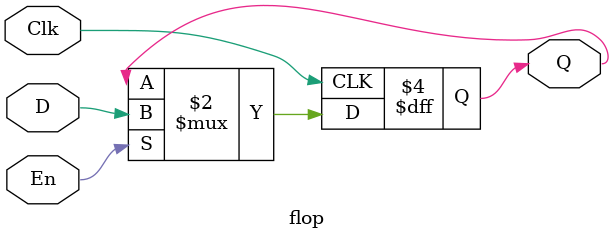
<source format=sv>
`ifndef FLOP_SV
`define FLOP_SV

module flop #(
    parameter WIDTH=1
) (
    input logic Clk,
    input logic En,
    input logic [WIDTH-1:0] D,
    output logic [WIDTH-1:0] Q
);
    always_ff @ (posedge Clk) begin
        if (En) Q <= D;
    end
endmodule

`endif // FLOP_SV
</source>
